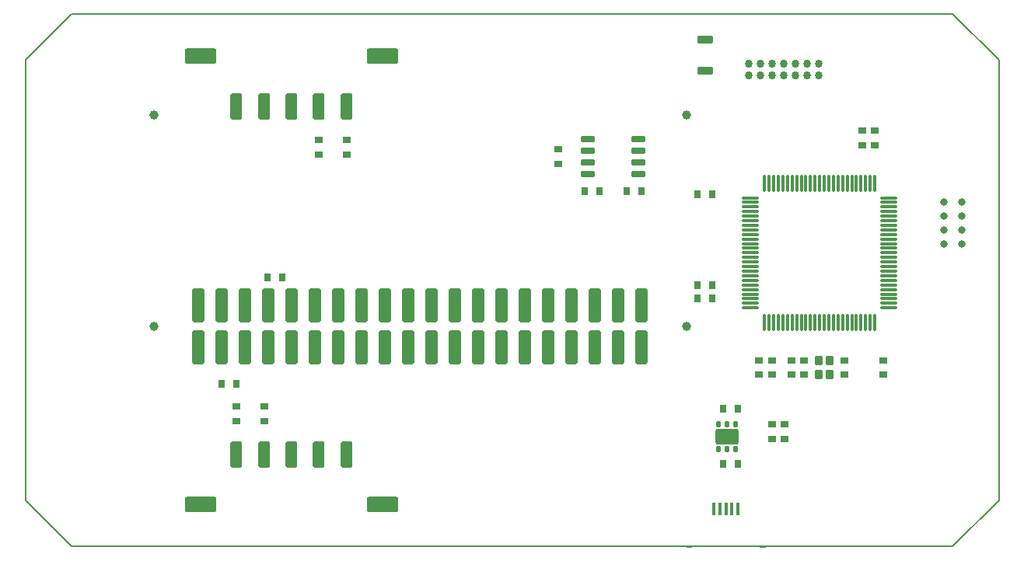
<source format=gbp>
G04*
G04 #@! TF.GenerationSoftware,Altium Limited,Altium Designer,19.0.10 (269)*
G04*
G04 Layer_Color=128*
%FSLAX44Y44*%
%MOMM*%
G71*
G01*
G75*
%ADD12C,0.2000*%
%ADD19C,0.8000*%
G04:AMPARAMS|DCode=29|XSize=0.75mm|YSize=0.9mm|CornerRadius=0.0938mm|HoleSize=0mm|Usage=FLASHONLY|Rotation=180.000|XOffset=0mm|YOffset=0mm|HoleType=Round|Shape=RoundedRectangle|*
%AMROUNDEDRECTD29*
21,1,0.7500,0.7125,0,0,180.0*
21,1,0.5625,0.9000,0,0,180.0*
1,1,0.1875,-0.2813,0.3563*
1,1,0.1875,0.2813,0.3563*
1,1,0.1875,0.2813,-0.3563*
1,1,0.1875,-0.2813,-0.3563*
%
%ADD29ROUNDEDRECTD29*%
G04:AMPARAMS|DCode=30|XSize=1.3mm|YSize=3.7mm|CornerRadius=0.1625mm|HoleSize=0mm|Usage=FLASHONLY|Rotation=180.000|XOffset=0mm|YOffset=0mm|HoleType=Round|Shape=RoundedRectangle|*
%AMROUNDEDRECTD30*
21,1,1.3000,3.3750,0,0,180.0*
21,1,0.9750,3.7000,0,0,180.0*
1,1,0.3250,-0.4875,1.6875*
1,1,0.3250,0.4875,1.6875*
1,1,0.3250,0.4875,-1.6875*
1,1,0.3250,-0.4875,-1.6875*
%
%ADD30ROUNDEDRECTD30*%
%ADD31C,1.0000*%
G04:AMPARAMS|DCode=32|XSize=0.3mm|YSize=1.8mm|CornerRadius=0.0375mm|HoleSize=0mm|Usage=FLASHONLY|Rotation=90.000|XOffset=0mm|YOffset=0mm|HoleType=Round|Shape=RoundedRectangle|*
%AMROUNDEDRECTD32*
21,1,0.3000,1.7250,0,0,90.0*
21,1,0.2250,1.8000,0,0,90.0*
1,1,0.0750,0.8625,0.1125*
1,1,0.0750,0.8625,-0.1125*
1,1,0.0750,-0.8625,-0.1125*
1,1,0.0750,-0.8625,0.1125*
%
%ADD32ROUNDEDRECTD32*%
G04:AMPARAMS|DCode=33|XSize=0.3mm|YSize=1.8mm|CornerRadius=0.0375mm|HoleSize=0mm|Usage=FLASHONLY|Rotation=0.000|XOffset=0mm|YOffset=0mm|HoleType=Round|Shape=RoundedRectangle|*
%AMROUNDEDRECTD33*
21,1,0.3000,1.7250,0,0,0.0*
21,1,0.2250,1.8000,0,0,0.0*
1,1,0.0750,0.1125,-0.8625*
1,1,0.0750,-0.1125,-0.8625*
1,1,0.0750,-0.1125,0.8625*
1,1,0.0750,0.1125,0.8625*
%
%ADD33ROUNDEDRECTD33*%
G04:AMPARAMS|DCode=38|XSize=0.75mm|YSize=0.9mm|CornerRadius=0.0938mm|HoleSize=0mm|Usage=FLASHONLY|Rotation=270.000|XOffset=0mm|YOffset=0mm|HoleType=Round|Shape=RoundedRectangle|*
%AMROUNDEDRECTD38*
21,1,0.7500,0.7125,0,0,270.0*
21,1,0.5625,0.9000,0,0,270.0*
1,1,0.1875,-0.3563,-0.2813*
1,1,0.1875,-0.3563,0.2813*
1,1,0.1875,0.3563,0.2813*
1,1,0.1875,0.3563,-0.2813*
%
%ADD38ROUNDEDRECTD38*%
%ADD39C,0.8636*%
G04:AMPARAMS|DCode=40|XSize=0.8mm|YSize=1.7mm|CornerRadius=0.1mm|HoleSize=0mm|Usage=FLASHONLY|Rotation=90.000|XOffset=0mm|YOffset=0mm|HoleType=Round|Shape=RoundedRectangle|*
%AMROUNDEDRECTD40*
21,1,0.8000,1.5000,0,0,90.0*
21,1,0.6000,1.7000,0,0,90.0*
1,1,0.2000,0.7500,0.3000*
1,1,0.2000,0.7500,-0.3000*
1,1,0.2000,-0.7500,-0.3000*
1,1,0.2000,-0.7500,0.3000*
%
%ADD40ROUNDEDRECTD40*%
G04:AMPARAMS|DCode=41|XSize=2.92mm|YSize=1.27mm|CornerRadius=0.1588mm|HoleSize=0mm|Usage=FLASHONLY|Rotation=270.000|XOffset=0mm|YOffset=0mm|HoleType=Round|Shape=RoundedRectangle|*
%AMROUNDEDRECTD41*
21,1,2.9200,0.9525,0,0,270.0*
21,1,2.6025,1.2700,0,0,270.0*
1,1,0.3175,-0.4763,-1.3013*
1,1,0.3175,-0.4763,1.3013*
1,1,0.3175,0.4763,1.3013*
1,1,0.3175,0.4763,-1.3013*
%
%ADD41ROUNDEDRECTD41*%
G04:AMPARAMS|DCode=42|XSize=3.43mm|YSize=1.65mm|CornerRadius=0.2063mm|HoleSize=0mm|Usage=FLASHONLY|Rotation=0.000|XOffset=0mm|YOffset=0mm|HoleType=Round|Shape=RoundedRectangle|*
%AMROUNDEDRECTD42*
21,1,3.4300,1.2375,0,0,0.0*
21,1,3.0175,1.6500,0,0,0.0*
1,1,0.4125,1.5088,-0.6188*
1,1,0.4125,-1.5088,-0.6188*
1,1,0.4125,-1.5088,0.6188*
1,1,0.4125,1.5088,0.6188*
%
%ADD42ROUNDEDRECTD42*%
G04:AMPARAMS|DCode=43|XSize=0.6mm|YSize=0.5mm|CornerRadius=0.0625mm|HoleSize=0mm|Usage=FLASHONLY|Rotation=270.000|XOffset=0mm|YOffset=0mm|HoleType=Round|Shape=RoundedRectangle|*
%AMROUNDEDRECTD43*
21,1,0.6000,0.3750,0,0,270.0*
21,1,0.4750,0.5000,0,0,270.0*
1,1,0.1250,-0.1875,-0.2375*
1,1,0.1250,-0.1875,0.2375*
1,1,0.1250,0.1875,0.2375*
1,1,0.1250,0.1875,-0.2375*
%
%ADD43ROUNDEDRECTD43*%
G04:AMPARAMS|DCode=44|XSize=1.75mm|YSize=2.5mm|CornerRadius=0.2188mm|HoleSize=0mm|Usage=FLASHONLY|Rotation=90.000|XOffset=0mm|YOffset=0mm|HoleType=Round|Shape=RoundedRectangle|*
%AMROUNDEDRECTD44*
21,1,1.7500,2.0625,0,0,90.0*
21,1,1.3125,2.5000,0,0,90.0*
1,1,0.4375,1.0313,0.6563*
1,1,0.4375,1.0313,-0.6563*
1,1,0.4375,-1.0313,-0.6563*
1,1,0.4375,-1.0313,0.6563*
%
%ADD44ROUNDEDRECTD44*%
G04:AMPARAMS|DCode=45|XSize=1.35mm|YSize=0.4mm|CornerRadius=0.05mm|HoleSize=0mm|Usage=FLASHONLY|Rotation=270.000|XOffset=0mm|YOffset=0mm|HoleType=Round|Shape=RoundedRectangle|*
%AMROUNDEDRECTD45*
21,1,1.3500,0.3000,0,0,270.0*
21,1,1.2500,0.4000,0,0,270.0*
1,1,0.1000,-0.1500,-0.6250*
1,1,0.1000,-0.1500,0.6250*
1,1,0.1000,0.1500,0.6250*
1,1,0.1000,0.1500,-0.6250*
%
%ADD45ROUNDEDRECTD45*%
G04:AMPARAMS|DCode=46|XSize=0.6mm|YSize=1.45mm|CornerRadius=0.075mm|HoleSize=0mm|Usage=FLASHONLY|Rotation=90.000|XOffset=0mm|YOffset=0mm|HoleType=Round|Shape=RoundedRectangle|*
%AMROUNDEDRECTD46*
21,1,0.6000,1.3000,0,0,90.0*
21,1,0.4500,1.4500,0,0,90.0*
1,1,0.1500,0.6500,0.2250*
1,1,0.1500,0.6500,-0.2250*
1,1,0.1500,-0.6500,-0.2250*
1,1,0.1500,-0.6500,0.2250*
%
%ADD46ROUNDEDRECTD46*%
G04:AMPARAMS|DCode=47|XSize=0.95mm|YSize=0.85mm|CornerRadius=0.1063mm|HoleSize=0mm|Usage=FLASHONLY|Rotation=90.000|XOffset=0mm|YOffset=0mm|HoleType=Round|Shape=RoundedRectangle|*
%AMROUNDEDRECTD47*
21,1,0.9500,0.6375,0,0,90.0*
21,1,0.7375,0.8500,0,0,90.0*
1,1,0.2125,0.3188,0.3688*
1,1,0.2125,0.3188,-0.3688*
1,1,0.2125,-0.3188,-0.3688*
1,1,0.2125,-0.3188,0.3688*
%
%ADD47ROUNDEDRECTD47*%
D12*
X50000Y0D02*
X1010000D01*
X1060000Y50000D01*
Y530000D01*
X1010000Y580000D02*
X1060000Y530000D01*
X50000Y580000D02*
X1010000D01*
X0Y50000D02*
Y530000D01*
Y50000D02*
X50000Y0D01*
X0Y530000D02*
X50000Y580000D01*
X720500Y-250D02*
X725500D01*
X800500D02*
X805750D01*
D19*
X1000000Y360000D02*
D03*
X1019955Y375000D02*
D03*
X1020000Y345000D02*
D03*
Y330000D02*
D03*
Y360000D02*
D03*
X1000000Y375000D02*
D03*
Y345000D02*
D03*
Y330000D02*
D03*
D29*
X280000Y293000D02*
D03*
X264000D02*
D03*
X214000Y177000D02*
D03*
X230000D02*
D03*
X748000Y284450D02*
D03*
X732000D02*
D03*
X748000Y384000D02*
D03*
X732000D02*
D03*
X748000Y270000D02*
D03*
X732000D02*
D03*
X776012Y150000D02*
D03*
X760012D02*
D03*
X776012Y90000D02*
D03*
X760012D02*
D03*
X609000Y386986D02*
D03*
X625000D02*
D03*
X671000Y387002D02*
D03*
X655000D02*
D03*
D30*
X595100Y217140D02*
D03*
X620500Y217140D02*
D03*
X671300Y217140D02*
D03*
X645900Y217140D02*
D03*
X595100Y262860D02*
D03*
X620500Y262860D02*
D03*
X671300Y262860D02*
D03*
X645900Y262860D02*
D03*
X391900Y217140D02*
D03*
X417300D02*
D03*
X366500Y217140D02*
D03*
X341100Y217140D02*
D03*
X264900Y217140D02*
D03*
X290300D02*
D03*
X188700Y217140D02*
D03*
X214100Y217140D02*
D03*
X239500Y217140D02*
D03*
X315700Y217140D02*
D03*
X544300Y262860D02*
D03*
X569700Y262860D02*
D03*
X518900Y262860D02*
D03*
X493500D02*
D03*
X442700Y262860D02*
D03*
X468100Y262860D02*
D03*
X315700Y262860D02*
D03*
X239500D02*
D03*
X214100Y262860D02*
D03*
X188700Y262860D02*
D03*
X290300Y262860D02*
D03*
X264900D02*
D03*
X341100Y262860D02*
D03*
X366500Y262860D02*
D03*
X417300D02*
D03*
X391900Y262860D02*
D03*
X544300Y217140D02*
D03*
X569700D02*
D03*
X518900Y217140D02*
D03*
X493500D02*
D03*
X442700D02*
D03*
X468100Y217140D02*
D03*
D31*
X720000Y470000D02*
D03*
X140000Y470000D02*
D03*
X720000Y240000D02*
D03*
X140000D02*
D03*
D32*
X940500Y260000D02*
D03*
X940500Y265000D02*
D03*
X940500Y270000D02*
D03*
X940500Y275000D02*
D03*
Y280000D02*
D03*
X940500Y285000D02*
D03*
X940500Y290000D02*
D03*
X940500Y295000D02*
D03*
X940500Y300000D02*
D03*
X940500Y305000D02*
D03*
X940500Y310000D02*
D03*
X940500Y315000D02*
D03*
X940500Y320000D02*
D03*
Y325000D02*
D03*
Y330000D02*
D03*
Y335000D02*
D03*
Y340000D02*
D03*
Y345000D02*
D03*
Y350000D02*
D03*
Y355000D02*
D03*
Y360000D02*
D03*
Y365000D02*
D03*
Y370000D02*
D03*
Y375000D02*
D03*
Y380000D02*
D03*
X789500Y380000D02*
D03*
X789500Y375000D02*
D03*
X789500Y370000D02*
D03*
X789500Y365000D02*
D03*
X789500Y360000D02*
D03*
X789500Y355000D02*
D03*
X789500Y350000D02*
D03*
X789500Y345000D02*
D03*
X789500Y340000D02*
D03*
X789500Y335000D02*
D03*
X789500Y330000D02*
D03*
X789500Y325000D02*
D03*
X789500Y320000D02*
D03*
Y315000D02*
D03*
Y310000D02*
D03*
Y305000D02*
D03*
Y300000D02*
D03*
Y295000D02*
D03*
Y290000D02*
D03*
Y285000D02*
D03*
Y280000D02*
D03*
Y275000D02*
D03*
Y270000D02*
D03*
Y265000D02*
D03*
Y260000D02*
D03*
D33*
X925000Y395500D02*
D03*
X920000Y395500D02*
D03*
X915000Y395500D02*
D03*
X910000Y395500D02*
D03*
X905000D02*
D03*
X900000Y395500D02*
D03*
X895000Y395500D02*
D03*
X890000Y395500D02*
D03*
X885000Y395500D02*
D03*
X880000Y395500D02*
D03*
X875000Y395500D02*
D03*
X870000Y395500D02*
D03*
X865000Y395500D02*
D03*
X860000D02*
D03*
X855000D02*
D03*
X850000D02*
D03*
X845000D02*
D03*
X840000D02*
D03*
X835000D02*
D03*
X830000D02*
D03*
X825000D02*
D03*
X820000D02*
D03*
X815000D02*
D03*
X810000D02*
D03*
X805000D02*
D03*
X805000Y244500D02*
D03*
X810000Y244500D02*
D03*
X815000Y244500D02*
D03*
X820000Y244500D02*
D03*
X825000Y244500D02*
D03*
X830000Y244500D02*
D03*
X835000Y244500D02*
D03*
X840000Y244500D02*
D03*
X845000Y244500D02*
D03*
X850000Y244500D02*
D03*
X855000Y244500D02*
D03*
X860000Y244500D02*
D03*
X865000Y244500D02*
D03*
X870000D02*
D03*
X875000D02*
D03*
X880000D02*
D03*
X885000D02*
D03*
X890000D02*
D03*
X895000D02*
D03*
X900000D02*
D03*
X905000D02*
D03*
X910000D02*
D03*
X915000D02*
D03*
X920000D02*
D03*
X925000D02*
D03*
D38*
X230000Y153000D02*
D03*
Y137000D02*
D03*
X260000Y153000D02*
D03*
Y137000D02*
D03*
X812999Y116999D02*
D03*
Y132999D02*
D03*
X934000Y203000D02*
D03*
Y187000D02*
D03*
X925000Y437000D02*
D03*
Y453000D02*
D03*
X911000Y437000D02*
D03*
Y453000D02*
D03*
X848000Y187000D02*
D03*
Y203000D02*
D03*
X892000Y187000D02*
D03*
Y203000D02*
D03*
X834000D02*
D03*
Y187000D02*
D03*
X813000Y203000D02*
D03*
Y187000D02*
D03*
X799000Y203000D02*
D03*
Y187000D02*
D03*
X320000Y443000D02*
D03*
Y427000D02*
D03*
X350000Y443000D02*
D03*
Y427000D02*
D03*
X580000Y433000D02*
D03*
Y417000D02*
D03*
X827000Y117000D02*
D03*
Y133000D02*
D03*
D39*
X787700Y513650D02*
D03*
X800400D02*
D03*
X813100D02*
D03*
X825800D02*
D03*
X838500D02*
D03*
X851200D02*
D03*
X863900D02*
D03*
Y526350D02*
D03*
X851200D02*
D03*
X838500D02*
D03*
X825800D02*
D03*
X813100D02*
D03*
X800400D02*
D03*
X787700D02*
D03*
D40*
X740000Y552029D02*
D03*
Y518029D02*
D03*
D41*
X350000Y479650D02*
D03*
X320000D02*
D03*
X290000D02*
D03*
X260000D02*
D03*
X230000D02*
D03*
Y100350D02*
D03*
X260000D02*
D03*
X290000D02*
D03*
X320000D02*
D03*
X350000D02*
D03*
D42*
X388850Y534350D02*
D03*
X191150D02*
D03*
Y45650D02*
D03*
X388850D02*
D03*
D43*
X754500Y133500D02*
D03*
X764000D02*
D03*
X773500D02*
D03*
Y106500D02*
D03*
X764000D02*
D03*
X754500D02*
D03*
D44*
X764000Y120000D02*
D03*
D45*
X763000Y41000D02*
D03*
X756500D02*
D03*
X750000D02*
D03*
X769500D02*
D03*
X776000D02*
D03*
D46*
X667250Y444050D02*
D03*
Y431350D02*
D03*
Y418650D02*
D03*
Y405950D02*
D03*
X612750Y444050D02*
D03*
Y431350D02*
D03*
Y418650D02*
D03*
Y405950D02*
D03*
D47*
X864250Y187750D02*
D03*
X875750Y202250D02*
D03*
Y187750D02*
D03*
X864250Y202250D02*
D03*
M02*

</source>
